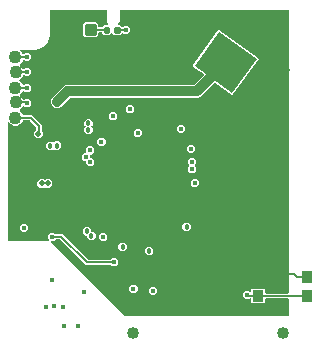
<source format=gbr>
G04 EAGLE Gerber RS-274X export*
G75*
%MOMM*%
%FSLAX34Y34*%
%LPD*%
%INBottom Copper*%
%IPPOS*%
%AMOC8*
5,1,8,0,0,1.08239X$1,22.5*%
G01*
%ADD10C,0.270000*%
%ADD11C,0.300000*%
%ADD12C,1.100000*%
%ADD13R,0.900000X1.000000*%
%ADD14R,3.560000X3.960000*%
%ADD15C,1.016000*%
%ADD16C,0.450000*%
%ADD17C,0.457200*%
%ADD18C,0.503200*%
%ADD19C,0.453200*%
%ADD20C,0.200000*%
%ADD21C,0.152400*%
%ADD22C,0.812800*%
%ADD23C,0.203200*%

G36*
X240050Y30992D02*
X240050Y30992D01*
X240069Y30990D01*
X240171Y31012D01*
X240273Y31029D01*
X240290Y31038D01*
X240310Y31042D01*
X240399Y31095D01*
X240490Y31144D01*
X240504Y31158D01*
X240521Y31168D01*
X240588Y31247D01*
X240660Y31322D01*
X240668Y31340D01*
X240681Y31355D01*
X240720Y31451D01*
X240763Y31545D01*
X240765Y31565D01*
X240773Y31583D01*
X240791Y31750D01*
X240791Y44837D01*
X240788Y44857D01*
X240790Y44877D01*
X240768Y44978D01*
X240752Y45080D01*
X240742Y45098D01*
X240738Y45117D01*
X240685Y45206D01*
X240636Y45298D01*
X240622Y45311D01*
X240612Y45328D01*
X240533Y45396D01*
X240458Y45467D01*
X240440Y45475D01*
X240425Y45488D01*
X240329Y45527D01*
X240235Y45571D01*
X240215Y45573D01*
X240197Y45580D01*
X240030Y45599D01*
X221389Y45599D01*
X221369Y45595D01*
X221350Y45598D01*
X221248Y45576D01*
X221146Y45559D01*
X221129Y45550D01*
X221109Y45545D01*
X221020Y45492D01*
X220929Y45444D01*
X220915Y45429D01*
X220898Y45419D01*
X220831Y45340D01*
X220760Y45265D01*
X220751Y45247D01*
X220738Y45232D01*
X220699Y45136D01*
X220656Y45042D01*
X220654Y45023D01*
X220646Y45004D01*
X220628Y44837D01*
X220628Y42105D01*
X219883Y41361D01*
X209831Y41361D01*
X209086Y42105D01*
X209086Y44767D01*
X209075Y44838D01*
X209073Y44909D01*
X209055Y44958D01*
X209047Y45010D01*
X209013Y45073D01*
X208988Y45140D01*
X208956Y45181D01*
X208932Y45227D01*
X208880Y45276D01*
X208835Y45332D01*
X208791Y45361D01*
X208753Y45396D01*
X208688Y45427D01*
X208628Y45465D01*
X208577Y45478D01*
X208530Y45500D01*
X208459Y45508D01*
X208389Y45525D01*
X208337Y45521D01*
X208286Y45527D01*
X208216Y45512D01*
X208144Y45506D01*
X208096Y45486D01*
X208045Y45475D01*
X207984Y45438D01*
X207918Y45410D01*
X207862Y45365D01*
X207834Y45349D01*
X207819Y45331D01*
X207787Y45305D01*
X207205Y44723D01*
X204275Y44723D01*
X202203Y46795D01*
X202203Y49725D01*
X204275Y51797D01*
X207205Y51797D01*
X207787Y51215D01*
X207845Y51173D01*
X207897Y51124D01*
X207944Y51102D01*
X207987Y51071D01*
X208055Y51050D01*
X208120Y51020D01*
X208172Y51014D01*
X208222Y50999D01*
X208293Y51001D01*
X208365Y50993D01*
X208415Y51004D01*
X208468Y51005D01*
X208535Y51030D01*
X208605Y51045D01*
X208650Y51072D01*
X208699Y51090D01*
X208755Y51135D01*
X208816Y51171D01*
X208850Y51211D01*
X208891Y51243D01*
X208929Y51304D01*
X208976Y51358D01*
X208995Y51407D01*
X209024Y51450D01*
X209041Y51520D01*
X209068Y51586D01*
X209076Y51658D01*
X209084Y51689D01*
X209082Y51712D01*
X209086Y51753D01*
X209086Y53158D01*
X209831Y53902D01*
X219883Y53902D01*
X220628Y53158D01*
X220628Y50425D01*
X220631Y50406D01*
X220629Y50386D01*
X220651Y50285D01*
X220668Y50183D01*
X220677Y50165D01*
X220681Y50146D01*
X220734Y50057D01*
X220783Y49965D01*
X220797Y49952D01*
X220807Y49934D01*
X220886Y49867D01*
X220961Y49796D01*
X220979Y49787D01*
X220994Y49775D01*
X221090Y49736D01*
X221184Y49692D01*
X221204Y49690D01*
X221222Y49683D01*
X221389Y49664D01*
X240030Y49664D01*
X240050Y49667D01*
X240069Y49665D01*
X240171Y49687D01*
X240273Y49704D01*
X240290Y49713D01*
X240310Y49717D01*
X240399Y49771D01*
X240490Y49819D01*
X240504Y49833D01*
X240521Y49844D01*
X240588Y49922D01*
X240660Y49997D01*
X240668Y50015D01*
X240681Y50030D01*
X240720Y50127D01*
X240763Y50220D01*
X240765Y50240D01*
X240773Y50259D01*
X240791Y50425D01*
X240791Y289231D01*
X240788Y289251D01*
X240790Y289270D01*
X240768Y289372D01*
X240752Y289474D01*
X240742Y289491D01*
X240738Y289511D01*
X240685Y289600D01*
X240636Y289691D01*
X240622Y289705D01*
X240612Y289722D01*
X240533Y289789D01*
X240458Y289860D01*
X240440Y289869D01*
X240425Y289882D01*
X240329Y289921D01*
X240235Y289964D01*
X240215Y289966D01*
X240197Y289974D01*
X240030Y289992D01*
X98141Y289992D01*
X98121Y289989D01*
X98101Y289991D01*
X98000Y289969D01*
X97898Y289952D01*
X97880Y289943D01*
X97861Y289939D01*
X97772Y289886D01*
X97680Y289837D01*
X97667Y289823D01*
X97650Y289813D01*
X97582Y289734D01*
X97511Y289659D01*
X97503Y289641D01*
X97490Y289626D01*
X97451Y289530D01*
X97407Y289436D01*
X97405Y289416D01*
X97398Y289398D01*
X97379Y289231D01*
X97379Y279883D01*
X96053Y278556D01*
X96011Y278498D01*
X95961Y278446D01*
X95939Y278399D01*
X95909Y278357D01*
X95888Y278288D01*
X95858Y278223D01*
X95852Y278171D01*
X95837Y278121D01*
X95839Y278050D01*
X95831Y277979D01*
X95842Y277928D01*
X95843Y277876D01*
X95868Y277808D01*
X95883Y277738D01*
X95910Y277694D01*
X95927Y277645D01*
X95972Y277589D01*
X96009Y277527D01*
X96049Y277493D01*
X96081Y277453D01*
X96141Y277414D01*
X96196Y277367D01*
X96244Y277348D01*
X96288Y277320D01*
X96358Y277302D01*
X96424Y277275D01*
X96495Y277267D01*
X96527Y277259D01*
X96550Y277261D01*
X96591Y277257D01*
X97634Y277257D01*
X99189Y275701D01*
X99205Y275690D01*
X99218Y275674D01*
X99305Y275618D01*
X99389Y275558D01*
X99408Y275552D01*
X99425Y275541D01*
X99525Y275516D01*
X99624Y275486D01*
X99644Y275486D01*
X99663Y275481D01*
X99766Y275489D01*
X99870Y275492D01*
X99889Y275499D01*
X99908Y275500D01*
X100003Y275541D01*
X100101Y275576D01*
X100117Y275589D01*
X100135Y275597D01*
X100266Y275701D01*
X101151Y276587D01*
X104081Y276587D01*
X106153Y274515D01*
X106153Y271585D01*
X104081Y269513D01*
X101151Y269513D01*
X100330Y270335D01*
X100314Y270346D01*
X100301Y270362D01*
X100214Y270418D01*
X100130Y270478D01*
X100111Y270484D01*
X100094Y270495D01*
X99994Y270520D01*
X99895Y270551D01*
X99875Y270550D01*
X99856Y270555D01*
X99753Y270547D01*
X99649Y270544D01*
X99630Y270537D01*
X99610Y270536D01*
X99515Y270495D01*
X99418Y270460D01*
X99402Y270447D01*
X99384Y270439D01*
X99253Y270335D01*
X97634Y268715D01*
X92763Y268715D01*
X91417Y270061D01*
X91400Y270073D01*
X91388Y270089D01*
X91301Y270145D01*
X91217Y270205D01*
X91198Y270211D01*
X91181Y270222D01*
X91081Y270247D01*
X90982Y270277D01*
X90962Y270277D01*
X90943Y270282D01*
X90840Y270274D01*
X90736Y270271D01*
X90717Y270264D01*
X90697Y270263D01*
X90602Y270222D01*
X90505Y270187D01*
X90489Y270174D01*
X90471Y270166D01*
X90340Y270061D01*
X88994Y268715D01*
X84123Y268715D01*
X82561Y270277D01*
X82548Y270358D01*
X82539Y270376D01*
X82534Y270395D01*
X82481Y270484D01*
X82433Y270575D01*
X82418Y270589D01*
X82408Y270606D01*
X82329Y270673D01*
X82254Y270745D01*
X82236Y270753D01*
X82221Y270766D01*
X82125Y270805D01*
X82031Y270848D01*
X82012Y270851D01*
X81993Y270858D01*
X81826Y270876D01*
X80170Y270876D01*
X80150Y270873D01*
X80130Y270875D01*
X80029Y270853D01*
X79927Y270837D01*
X79910Y270827D01*
X79890Y270823D01*
X79801Y270770D01*
X79710Y270722D01*
X79696Y270707D01*
X79679Y270697D01*
X79612Y270618D01*
X79540Y270543D01*
X79532Y270525D01*
X79519Y270510D01*
X79480Y270414D01*
X79437Y270320D01*
X79435Y270300D01*
X79427Y270282D01*
X79409Y270115D01*
X79409Y268261D01*
X77786Y266638D01*
X68490Y266638D01*
X66867Y268261D01*
X66867Y277557D01*
X68490Y279180D01*
X77786Y279180D01*
X79409Y277557D01*
X79409Y275703D01*
X79412Y275683D01*
X79410Y275664D01*
X79432Y275562D01*
X79448Y275460D01*
X79458Y275443D01*
X79462Y275423D01*
X79515Y275334D01*
X79563Y275243D01*
X79578Y275229D01*
X79588Y275212D01*
X79667Y275145D01*
X79742Y275074D01*
X79760Y275065D01*
X79775Y275052D01*
X79871Y275014D01*
X79965Y274970D01*
X79985Y274968D01*
X80003Y274960D01*
X80170Y274942D01*
X81826Y274942D01*
X81846Y274945D01*
X81866Y274943D01*
X81967Y274965D01*
X82069Y274982D01*
X82087Y274991D01*
X82106Y274995D01*
X82195Y275048D01*
X82286Y275097D01*
X82300Y275111D01*
X82317Y275121D01*
X82385Y275200D01*
X82456Y275275D01*
X82464Y275293D01*
X82477Y275308D01*
X82516Y275405D01*
X82559Y275498D01*
X82562Y275518D01*
X82569Y275536D01*
X82588Y275703D01*
X82588Y275722D01*
X84123Y277257D01*
X87204Y277257D01*
X87275Y277268D01*
X87347Y277270D01*
X87396Y277288D01*
X87447Y277297D01*
X87511Y277330D01*
X87578Y277355D01*
X87619Y277387D01*
X87665Y277412D01*
X87714Y277464D01*
X87770Y277508D01*
X87798Y277552D01*
X87834Y277590D01*
X87864Y277655D01*
X87903Y277715D01*
X87916Y277766D01*
X87938Y277813D01*
X87945Y277884D01*
X87963Y277954D01*
X87959Y278006D01*
X87965Y278057D01*
X87949Y278128D01*
X87944Y278199D01*
X87923Y278247D01*
X87912Y278298D01*
X87876Y278359D01*
X87848Y278425D01*
X87803Y278481D01*
X87786Y278509D01*
X87768Y278524D01*
X87743Y278556D01*
X86416Y279883D01*
X86416Y289231D01*
X86413Y289251D01*
X86415Y289270D01*
X86393Y289372D01*
X86376Y289474D01*
X86367Y289491D01*
X86363Y289511D01*
X86309Y289600D01*
X86261Y289691D01*
X86247Y289705D01*
X86236Y289722D01*
X86158Y289789D01*
X86083Y289860D01*
X86065Y289869D01*
X86050Y289882D01*
X85953Y289921D01*
X85860Y289964D01*
X85840Y289966D01*
X85821Y289974D01*
X85655Y289992D01*
X39411Y289992D01*
X39391Y289989D01*
X39371Y289991D01*
X39270Y289969D01*
X39168Y289952D01*
X39150Y289943D01*
X39131Y289939D01*
X39042Y289886D01*
X38950Y289837D01*
X38937Y289823D01*
X38920Y289813D01*
X38852Y289734D01*
X38781Y289659D01*
X38773Y289641D01*
X38760Y289626D01*
X38721Y289530D01*
X38677Y289436D01*
X38675Y289416D01*
X38668Y289398D01*
X38649Y289231D01*
X38649Y271038D01*
X38652Y271025D01*
X38650Y271003D01*
X38791Y268027D01*
X36595Y262351D01*
X32291Y258047D01*
X26614Y255851D01*
X23639Y255991D01*
X23625Y255990D01*
X23603Y255992D01*
X14228Y255992D01*
X14158Y255981D01*
X14086Y255979D01*
X14037Y255961D01*
X13986Y255952D01*
X13922Y255919D01*
X13855Y255894D01*
X13814Y255862D01*
X13768Y255837D01*
X13719Y255785D01*
X13663Y255741D01*
X13635Y255697D01*
X13599Y255659D01*
X13569Y255594D01*
X13530Y255534D01*
X13517Y255483D01*
X13495Y255436D01*
X13487Y255365D01*
X13470Y255295D01*
X13474Y255243D01*
X13468Y255192D01*
X13483Y255121D01*
X13489Y255050D01*
X13509Y255002D01*
X13520Y254951D01*
X13557Y254890D01*
X13585Y254824D01*
X13630Y254768D01*
X13647Y254740D01*
X13664Y254725D01*
X13690Y254693D01*
X14964Y253419D01*
X15205Y252836D01*
X15230Y252797D01*
X15245Y252754D01*
X15294Y252693D01*
X15335Y252627D01*
X15370Y252597D01*
X15399Y252561D01*
X15465Y252519D01*
X15524Y252470D01*
X15567Y252453D01*
X15606Y252428D01*
X15682Y252409D01*
X15754Y252382D01*
X15800Y252380D01*
X15844Y252368D01*
X15922Y252374D01*
X16000Y252371D01*
X16044Y252384D01*
X16090Y252388D01*
X16161Y252418D01*
X16236Y252440D01*
X16274Y252466D01*
X16316Y252484D01*
X16423Y252569D01*
X16438Y252580D01*
X16441Y252584D01*
X16447Y252589D01*
X17585Y253727D01*
X20515Y253727D01*
X22587Y251655D01*
X22587Y248725D01*
X20515Y246653D01*
X17585Y246653D01*
X17148Y247090D01*
X17074Y247143D01*
X17005Y247203D01*
X16975Y247215D01*
X16949Y247233D01*
X16862Y247260D01*
X16777Y247294D01*
X16736Y247299D01*
X16714Y247306D01*
X16681Y247305D01*
X16610Y247313D01*
X16120Y247313D01*
X16006Y247294D01*
X15890Y247277D01*
X15884Y247274D01*
X15878Y247273D01*
X15775Y247219D01*
X15670Y247166D01*
X15666Y247161D01*
X15660Y247158D01*
X15580Y247073D01*
X15498Y246990D01*
X15494Y246983D01*
X15491Y246980D01*
X15483Y246963D01*
X15417Y246843D01*
X14964Y245748D01*
X13024Y243808D01*
X12997Y243771D01*
X12963Y243740D01*
X12926Y243672D01*
X12880Y243609D01*
X12867Y243565D01*
X12845Y243524D01*
X12831Y243448D01*
X12808Y243374D01*
X12809Y243328D01*
X12801Y243282D01*
X12812Y243205D01*
X12814Y243128D01*
X12830Y243084D01*
X12837Y243039D01*
X12872Y242970D01*
X12899Y242897D01*
X12928Y242861D01*
X12949Y242820D01*
X13004Y242765D01*
X13053Y242705D01*
X13091Y242680D01*
X13124Y242648D01*
X13141Y242638D01*
X15076Y240704D01*
X15280Y240210D01*
X15304Y240171D01*
X15320Y240128D01*
X15369Y240068D01*
X15410Y240001D01*
X15445Y239972D01*
X15474Y239936D01*
X15539Y239894D01*
X15599Y239845D01*
X15642Y239828D01*
X15681Y239803D01*
X15756Y239784D01*
X15829Y239756D01*
X15875Y239754D01*
X15919Y239743D01*
X15997Y239749D01*
X16075Y239746D01*
X16119Y239759D01*
X16164Y239762D01*
X16236Y239793D01*
X16311Y239814D01*
X16349Y239841D01*
X16391Y239859D01*
X16497Y239944D01*
X16513Y239955D01*
X16516Y239959D01*
X16522Y239963D01*
X17585Y241027D01*
X20515Y241027D01*
X22587Y238955D01*
X22587Y236025D01*
X20515Y233953D01*
X17585Y233953D01*
X17164Y234375D01*
X17090Y234428D01*
X17020Y234487D01*
X16990Y234499D01*
X16964Y234518D01*
X16877Y234545D01*
X16792Y234579D01*
X16751Y234584D01*
X16729Y234590D01*
X16697Y234590D01*
X16625Y234598D01*
X16233Y234598D01*
X16118Y234579D01*
X16002Y234562D01*
X15996Y234559D01*
X15990Y234558D01*
X15888Y234504D01*
X15782Y234450D01*
X15778Y234446D01*
X15772Y234443D01*
X15692Y234358D01*
X15610Y234275D01*
X15607Y234268D01*
X15603Y234264D01*
X15595Y234247D01*
X15529Y234128D01*
X15076Y233033D01*
X13171Y231128D01*
X13026Y231068D01*
X12965Y231030D01*
X12899Y231001D01*
X12861Y230966D01*
X12817Y230938D01*
X12771Y230883D01*
X12718Y230835D01*
X12693Y230789D01*
X12660Y230749D01*
X12634Y230682D01*
X12599Y230619D01*
X12590Y230568D01*
X12572Y230519D01*
X12569Y230448D01*
X12556Y230377D01*
X12563Y230326D01*
X12561Y230274D01*
X12581Y230205D01*
X12592Y230134D01*
X12615Y230087D01*
X12630Y230037D01*
X12671Y229978D01*
X12703Y229914D01*
X12740Y229878D01*
X12770Y229835D01*
X12828Y229792D01*
X12879Y229742D01*
X12942Y229708D01*
X12967Y229688D01*
X12990Y229681D01*
X13026Y229661D01*
X13036Y229657D01*
X14941Y227752D01*
X15394Y226658D01*
X15456Y226558D01*
X15516Y226458D01*
X15521Y226454D01*
X15524Y226449D01*
X15614Y226374D01*
X15703Y226298D01*
X15709Y226296D01*
X15713Y226292D01*
X15822Y226250D01*
X15931Y226206D01*
X15938Y226205D01*
X15943Y226204D01*
X15961Y226203D01*
X16098Y226188D01*
X16401Y226188D01*
X16491Y226203D01*
X16582Y226210D01*
X16612Y226222D01*
X16644Y226228D01*
X16724Y226270D01*
X16808Y226306D01*
X16840Y226332D01*
X16861Y226343D01*
X16883Y226366D01*
X16939Y226411D01*
X17585Y227057D01*
X20515Y227057D01*
X22587Y224985D01*
X22587Y222055D01*
X20515Y219983D01*
X17585Y219983D01*
X16492Y221076D01*
X16455Y221103D01*
X16424Y221137D01*
X16356Y221174D01*
X16292Y221220D01*
X16249Y221233D01*
X16208Y221255D01*
X16132Y221269D01*
X16057Y221292D01*
X16011Y221291D01*
X15966Y221299D01*
X15889Y221288D01*
X15811Y221286D01*
X15768Y221270D01*
X15723Y221263D01*
X15654Y221228D01*
X15580Y221201D01*
X15545Y221173D01*
X15504Y221152D01*
X15449Y221096D01*
X15388Y221048D01*
X15364Y221009D01*
X15331Y220976D01*
X15265Y220856D01*
X15255Y220841D01*
X15254Y220836D01*
X15250Y220829D01*
X14941Y220082D01*
X13227Y218368D01*
X13216Y218352D01*
X13200Y218340D01*
X13144Y218252D01*
X13084Y218168D01*
X13078Y218149D01*
X13067Y218133D01*
X13042Y218032D01*
X13011Y217933D01*
X13012Y217913D01*
X13007Y217894D01*
X13015Y217791D01*
X13018Y217687D01*
X13025Y217669D01*
X13026Y217649D01*
X13067Y217554D01*
X13102Y217456D01*
X13115Y217441D01*
X13122Y217423D01*
X13227Y217292D01*
X15159Y215360D01*
X15612Y214266D01*
X15674Y214166D01*
X15734Y214066D01*
X15738Y214062D01*
X15742Y214056D01*
X15832Y213982D01*
X15921Y213906D01*
X15926Y213904D01*
X15931Y213900D01*
X16040Y213858D01*
X16149Y213814D01*
X16156Y213813D01*
X16161Y213811D01*
X16179Y213811D01*
X16315Y213796D01*
X16709Y213796D01*
X16799Y213810D01*
X16890Y213817D01*
X16919Y213830D01*
X16951Y213835D01*
X17032Y213878D01*
X17116Y213914D01*
X17148Y213939D01*
X17169Y213950D01*
X17191Y213974D01*
X17247Y214019D01*
X17585Y214357D01*
X20515Y214357D01*
X22587Y212285D01*
X22587Y209355D01*
X20515Y207283D01*
X17585Y207283D01*
X16556Y208312D01*
X16519Y208339D01*
X16488Y208373D01*
X16419Y208410D01*
X16356Y208456D01*
X16312Y208469D01*
X16272Y208492D01*
X16195Y208505D01*
X16121Y208528D01*
X16075Y208527D01*
X16030Y208535D01*
X15953Y208524D01*
X15875Y208522D01*
X15832Y208506D01*
X15787Y208499D01*
X15717Y208464D01*
X15644Y208437D01*
X15608Y208409D01*
X15568Y208388D01*
X15513Y208332D01*
X15452Y208284D01*
X15427Y208245D01*
X15395Y208212D01*
X15329Y208092D01*
X15319Y208077D01*
X15318Y208072D01*
X15314Y208065D01*
X15159Y207689D01*
X13254Y205785D01*
X13163Y205747D01*
X13124Y205723D01*
X13081Y205707D01*
X13020Y205659D01*
X12954Y205618D01*
X12925Y205582D01*
X12889Y205553D01*
X12847Y205488D01*
X12797Y205428D01*
X12781Y205385D01*
X12756Y205347D01*
X12737Y205271D01*
X12709Y205198D01*
X12707Y205153D01*
X12696Y205108D01*
X12702Y205031D01*
X12698Y204953D01*
X12711Y204909D01*
X12715Y204863D01*
X12745Y204791D01*
X12767Y204716D01*
X12793Y204679D01*
X12811Y204636D01*
X12897Y204530D01*
X12907Y204514D01*
X12911Y204511D01*
X12916Y204506D01*
X14925Y202496D01*
X15379Y201402D01*
X15440Y201302D01*
X15500Y201202D01*
X15505Y201198D01*
X15508Y201193D01*
X15598Y201118D01*
X15687Y201042D01*
X15693Y201040D01*
X15698Y201036D01*
X15806Y200994D01*
X15915Y200950D01*
X15923Y200949D01*
X15927Y200948D01*
X15946Y200947D01*
X16082Y200932D01*
X23260Y200932D01*
X31481Y192711D01*
X31481Y187804D01*
X31484Y187785D01*
X31482Y187767D01*
X31497Y187698D01*
X31503Y187623D01*
X31515Y187593D01*
X31520Y187561D01*
X31531Y187542D01*
X31534Y187526D01*
X31567Y187471D01*
X31599Y187397D01*
X31625Y187364D01*
X31636Y187344D01*
X31653Y187327D01*
X31660Y187315D01*
X31672Y187305D01*
X31704Y187266D01*
X32489Y186481D01*
X32489Y183343D01*
X30271Y181125D01*
X27133Y181125D01*
X24915Y183343D01*
X24915Y186481D01*
X26716Y188282D01*
X26769Y188356D01*
X26829Y188425D01*
X26841Y188455D01*
X26860Y188481D01*
X26887Y188568D01*
X26921Y188653D01*
X26925Y188694D01*
X26932Y188716D01*
X26931Y188749D01*
X26939Y188820D01*
X26939Y190514D01*
X26925Y190604D01*
X26917Y190695D01*
X26905Y190725D01*
X26900Y190757D01*
X26857Y190838D01*
X26821Y190921D01*
X26795Y190954D01*
X26784Y190974D01*
X26761Y190996D01*
X26716Y191052D01*
X21601Y196167D01*
X21527Y196220D01*
X21458Y196280D01*
X21428Y196292D01*
X21402Y196311D01*
X21315Y196338D01*
X21230Y196372D01*
X21189Y196376D01*
X21167Y196383D01*
X21134Y196382D01*
X21063Y196390D01*
X16082Y196390D01*
X15967Y196372D01*
X15851Y196354D01*
X15845Y196352D01*
X15839Y196351D01*
X15737Y196296D01*
X15632Y196243D01*
X15627Y196238D01*
X15622Y196236D01*
X15541Y196151D01*
X15459Y196067D01*
X15456Y196061D01*
X15452Y196057D01*
X15444Y196040D01*
X15379Y195920D01*
X14925Y194826D01*
X13021Y192921D01*
X10532Y191890D01*
X7838Y191890D01*
X5350Y192921D01*
X3949Y194322D01*
X3891Y194364D01*
X3839Y194413D01*
X3791Y194435D01*
X3749Y194466D01*
X3681Y194487D01*
X3616Y194517D01*
X3564Y194523D01*
X3514Y194538D01*
X3442Y194536D01*
X3371Y194544D01*
X3320Y194533D01*
X3268Y194532D01*
X3201Y194507D01*
X3131Y194492D01*
X3086Y194465D01*
X3037Y194447D01*
X2981Y194402D01*
X2920Y194366D01*
X2886Y194326D01*
X2845Y194293D01*
X2806Y194233D01*
X2760Y194179D01*
X2740Y194130D01*
X2712Y194087D01*
X2695Y194017D01*
X2668Y193951D01*
X2660Y193879D01*
X2652Y193848D01*
X2654Y193825D01*
X2649Y193784D01*
X2649Y95250D01*
X2653Y95230D01*
X2650Y95211D01*
X2672Y95109D01*
X2689Y95007D01*
X2698Y94990D01*
X2703Y94970D01*
X2756Y94881D01*
X2804Y94790D01*
X2819Y94776D01*
X2829Y94759D01*
X2908Y94692D01*
X2983Y94621D01*
X3001Y94612D01*
X3016Y94599D01*
X3112Y94560D01*
X3206Y94517D01*
X3225Y94515D01*
X3244Y94507D01*
X3411Y94489D01*
X37102Y94489D01*
X37172Y94500D01*
X37244Y94502D01*
X37293Y94520D01*
X37344Y94529D01*
X37408Y94562D01*
X37475Y94587D01*
X37516Y94619D01*
X37562Y94644D01*
X37611Y94696D01*
X37667Y94740D01*
X37695Y94784D01*
X37731Y94822D01*
X37761Y94887D01*
X37800Y94947D01*
X37813Y94998D01*
X37835Y95045D01*
X37843Y95116D01*
X37860Y95186D01*
X37856Y95238D01*
X37862Y95289D01*
X37847Y95360D01*
X37841Y95431D01*
X37821Y95479D01*
X37810Y95530D01*
X37773Y95591D01*
X37745Y95657D01*
X37700Y95713D01*
X37684Y95741D01*
X37666Y95756D01*
X37640Y95788D01*
X37103Y96325D01*
X37103Y99255D01*
X39175Y101327D01*
X42105Y101327D01*
X43132Y100300D01*
X43206Y100247D01*
X43275Y100187D01*
X43306Y100175D01*
X43332Y100156D01*
X43419Y100129D01*
X43504Y100095D01*
X43545Y100091D01*
X43567Y100084D01*
X43599Y100085D01*
X43670Y100077D01*
X49207Y100077D01*
X50770Y98514D01*
X70574Y78710D01*
X70648Y78657D01*
X70718Y78597D01*
X70748Y78585D01*
X70774Y78566D01*
X70861Y78539D01*
X70946Y78505D01*
X70987Y78501D01*
X71009Y78494D01*
X71041Y78495D01*
X71113Y78487D01*
X89680Y78487D01*
X89770Y78501D01*
X89861Y78509D01*
X89890Y78521D01*
X89922Y78526D01*
X90003Y78569D01*
X90087Y78605D01*
X90119Y78631D01*
X90140Y78642D01*
X90162Y78665D01*
X90218Y78710D01*
X91245Y79737D01*
X94175Y79737D01*
X96247Y77665D01*
X96247Y74735D01*
X94175Y72663D01*
X91245Y72663D01*
X90218Y73690D01*
X90144Y73743D01*
X90075Y73803D01*
X90044Y73815D01*
X90018Y73834D01*
X89931Y73861D01*
X89846Y73895D01*
X89805Y73899D01*
X89783Y73906D01*
X89751Y73905D01*
X89680Y73913D01*
X68903Y73913D01*
X47536Y95280D01*
X47462Y95333D01*
X47392Y95393D01*
X47362Y95405D01*
X47336Y95424D01*
X47249Y95451D01*
X47164Y95485D01*
X47123Y95489D01*
X47101Y95496D01*
X47069Y95495D01*
X46998Y95503D01*
X43670Y95503D01*
X43580Y95489D01*
X43489Y95481D01*
X43460Y95469D01*
X43428Y95464D01*
X43347Y95421D01*
X43263Y95385D01*
X43231Y95359D01*
X43210Y95348D01*
X43188Y95325D01*
X43132Y95280D01*
X42105Y94253D01*
X39858Y94253D01*
X39787Y94242D01*
X39716Y94240D01*
X39667Y94222D01*
X39615Y94214D01*
X39552Y94180D01*
X39485Y94155D01*
X39444Y94123D01*
X39398Y94098D01*
X39349Y94046D01*
X39293Y94002D01*
X39264Y93958D01*
X39228Y93920D01*
X39198Y93855D01*
X39160Y93795D01*
X39147Y93744D01*
X39125Y93697D01*
X39117Y93626D01*
X39099Y93556D01*
X39104Y93504D01*
X39098Y93453D01*
X39113Y93382D01*
X39119Y93311D01*
X39139Y93263D01*
X39150Y93212D01*
X39187Y93151D01*
X39215Y93085D01*
X39260Y93029D01*
X39276Y93001D01*
X39294Y92986D01*
X39320Y92954D01*
X101062Y31212D01*
X101136Y31159D01*
X101205Y31099D01*
X101235Y31087D01*
X101261Y31068D01*
X101348Y31041D01*
X101433Y31007D01*
X101474Y31003D01*
X101497Y30996D01*
X101529Y30997D01*
X101600Y30989D01*
X240030Y30989D01*
X240050Y30992D01*
G37*
%LPC*%
G36*
X43389Y206755D02*
X43389Y206755D01*
X41428Y207567D01*
X39927Y209068D01*
X39115Y211029D01*
X39115Y213151D01*
X39927Y215112D01*
X50318Y225503D01*
X52279Y226315D01*
X160347Y226315D01*
X160438Y226329D01*
X160528Y226337D01*
X160558Y226349D01*
X160590Y226354D01*
X160671Y226397D01*
X160755Y226433D01*
X160787Y226459D01*
X160808Y226470D01*
X160830Y226493D01*
X160886Y226538D01*
X168690Y234342D01*
X168738Y234408D01*
X168792Y234468D01*
X168809Y234507D01*
X168834Y234542D01*
X168858Y234619D01*
X168890Y234693D01*
X168894Y234736D01*
X168906Y234777D01*
X168904Y234858D01*
X168911Y234939D01*
X168901Y234980D01*
X168900Y235023D01*
X168872Y235099D01*
X168853Y235178D01*
X168830Y235214D01*
X168816Y235254D01*
X168765Y235317D01*
X168722Y235386D01*
X168680Y235424D01*
X168662Y235446D01*
X168638Y235461D01*
X168597Y235498D01*
X159725Y241897D01*
X159557Y242936D01*
X180997Y272664D01*
X182036Y272832D01*
X215008Y249052D01*
X215177Y248013D01*
X193736Y218285D01*
X192697Y218117D01*
X178615Y228273D01*
X178541Y228310D01*
X178472Y228354D01*
X178432Y228365D01*
X178395Y228383D01*
X178313Y228394D01*
X178234Y228414D01*
X178192Y228411D01*
X178151Y228417D01*
X178070Y228402D01*
X177988Y228395D01*
X177950Y228379D01*
X177909Y228371D01*
X177838Y228331D01*
X177762Y228299D01*
X177720Y228265D01*
X177695Y228251D01*
X177675Y228230D01*
X177631Y228194D01*
X165894Y216457D01*
X163934Y215645D01*
X55865Y215645D01*
X55775Y215631D01*
X55684Y215623D01*
X55654Y215611D01*
X55622Y215606D01*
X55542Y215563D01*
X55458Y215527D01*
X55426Y215501D01*
X55405Y215490D01*
X55383Y215467D01*
X55327Y215422D01*
X47472Y207567D01*
X45511Y206755D01*
X43389Y206755D01*
G37*
%LPD*%
%LPC*%
G36*
X71186Y157261D02*
X71186Y157261D01*
X69123Y159324D01*
X69123Y161072D01*
X69120Y161092D01*
X69122Y161111D01*
X69100Y161213D01*
X69084Y161315D01*
X69074Y161332D01*
X69070Y161352D01*
X69017Y161441D01*
X68968Y161532D01*
X68954Y161546D01*
X68944Y161563D01*
X68865Y161630D01*
X68790Y161702D01*
X68772Y161710D01*
X68757Y161723D01*
X68661Y161762D01*
X68567Y161805D01*
X68547Y161807D01*
X68529Y161815D01*
X68362Y161833D01*
X67376Y161833D01*
X65313Y163896D01*
X65313Y166812D01*
X67376Y168875D01*
X68235Y168875D01*
X68255Y168878D01*
X68274Y168876D01*
X68376Y168898D01*
X68478Y168914D01*
X68495Y168924D01*
X68515Y168928D01*
X68604Y168981D01*
X68695Y169030D01*
X68709Y169044D01*
X68726Y169054D01*
X68793Y169133D01*
X68865Y169208D01*
X68873Y169226D01*
X68886Y169241D01*
X68925Y169337D01*
X68968Y169431D01*
X68970Y169451D01*
X68978Y169469D01*
X68996Y169636D01*
X68996Y172273D01*
X71059Y174336D01*
X73975Y174336D01*
X76038Y172273D01*
X76038Y169357D01*
X73975Y167294D01*
X73116Y167294D01*
X73096Y167291D01*
X73077Y167293D01*
X72975Y167271D01*
X72873Y167255D01*
X72856Y167245D01*
X72836Y167241D01*
X72747Y167188D01*
X72656Y167139D01*
X72642Y167125D01*
X72625Y167115D01*
X72558Y167036D01*
X72486Y166961D01*
X72478Y166943D01*
X72465Y166928D01*
X72426Y166832D01*
X72383Y166738D01*
X72381Y166718D01*
X72373Y166700D01*
X72355Y166533D01*
X72355Y165064D01*
X72358Y165044D01*
X72356Y165025D01*
X72378Y164923D01*
X72394Y164821D01*
X72404Y164804D01*
X72408Y164784D01*
X72461Y164695D01*
X72510Y164604D01*
X72524Y164590D01*
X72534Y164573D01*
X72613Y164506D01*
X72688Y164434D01*
X72706Y164426D01*
X72721Y164413D01*
X72817Y164374D01*
X72911Y164331D01*
X72931Y164329D01*
X72949Y164321D01*
X73116Y164303D01*
X74102Y164303D01*
X76165Y162240D01*
X76165Y159324D01*
X74102Y157261D01*
X71186Y157261D01*
G37*
%LPD*%
%LPC*%
G36*
X29927Y139088D02*
X29927Y139088D01*
X27709Y141306D01*
X27709Y144444D01*
X29927Y146662D01*
X33065Y146662D01*
X33625Y146102D01*
X33641Y146090D01*
X33653Y146074D01*
X33741Y146018D01*
X33824Y145958D01*
X33843Y145952D01*
X33860Y145941D01*
X33961Y145916D01*
X34060Y145886D01*
X34079Y145886D01*
X34099Y145881D01*
X34202Y145889D01*
X34305Y145892D01*
X34324Y145899D01*
X34344Y145900D01*
X34439Y145941D01*
X34536Y145976D01*
X34552Y145989D01*
X34570Y145997D01*
X34701Y146102D01*
X35261Y146662D01*
X38399Y146662D01*
X40617Y144444D01*
X40617Y141306D01*
X38399Y139088D01*
X35261Y139088D01*
X34701Y139648D01*
X34685Y139660D01*
X34673Y139676D01*
X34596Y139725D01*
X34582Y139737D01*
X34573Y139741D01*
X34502Y139792D01*
X34483Y139798D01*
X34466Y139809D01*
X34365Y139834D01*
X34266Y139864D01*
X34247Y139864D01*
X34227Y139869D01*
X34124Y139861D01*
X34021Y139858D01*
X34002Y139851D01*
X33982Y139850D01*
X33887Y139809D01*
X33790Y139774D01*
X33774Y139761D01*
X33756Y139753D01*
X33682Y139694D01*
X33679Y139693D01*
X33676Y139689D01*
X33625Y139648D01*
X33065Y139088D01*
X29927Y139088D01*
G37*
%LPD*%
%LPC*%
G36*
X157292Y151419D02*
X157292Y151419D01*
X155229Y153482D01*
X155229Y156398D01*
X156408Y157577D01*
X156419Y157593D01*
X156435Y157605D01*
X156473Y157665D01*
X156496Y157689D01*
X156510Y157720D01*
X156551Y157776D01*
X156557Y157795D01*
X156568Y157812D01*
X156585Y157880D01*
X156600Y157913D01*
X156604Y157947D01*
X156624Y158012D01*
X156623Y158031D01*
X156628Y158051D01*
X156623Y158118D01*
X156627Y158157D01*
X156619Y158195D01*
X156617Y158257D01*
X156610Y158276D01*
X156609Y158296D01*
X156584Y158353D01*
X156575Y158397D01*
X156552Y158435D01*
X156533Y158488D01*
X156520Y158504D01*
X156512Y158522D01*
X156464Y158583D01*
X156449Y158608D01*
X156432Y158622D01*
X156408Y158653D01*
X155229Y159832D01*
X155229Y162748D01*
X157292Y164811D01*
X160208Y164811D01*
X162271Y162748D01*
X162271Y159832D01*
X161092Y158653D01*
X161081Y158637D01*
X161065Y158625D01*
X161037Y158580D01*
X161004Y158546D01*
X160983Y158501D01*
X160949Y158454D01*
X160943Y158435D01*
X160932Y158418D01*
X160918Y158361D01*
X160900Y158323D01*
X160895Y158280D01*
X160876Y158218D01*
X160877Y158199D01*
X160872Y158179D01*
X160877Y158115D01*
X160873Y158078D01*
X160881Y158041D01*
X160883Y157973D01*
X160890Y157954D01*
X160891Y157934D01*
X160918Y157871D01*
X160925Y157838D01*
X160943Y157808D01*
X160967Y157742D01*
X160980Y157726D01*
X160988Y157708D01*
X161048Y157632D01*
X161051Y157627D01*
X161055Y157624D01*
X161092Y157577D01*
X162271Y156398D01*
X162271Y153482D01*
X160208Y151419D01*
X157292Y151419D01*
G37*
%LPD*%
%LPC*%
G36*
X69647Y184530D02*
X69647Y184530D01*
X67563Y186614D01*
X67563Y189560D01*
X68409Y190406D01*
X68421Y190422D01*
X68436Y190435D01*
X68493Y190522D01*
X68553Y190606D01*
X68559Y190625D01*
X68569Y190642D01*
X68595Y190742D01*
X68625Y190841D01*
X68625Y190861D01*
X68629Y190880D01*
X68621Y190983D01*
X68619Y191087D01*
X68612Y191106D01*
X68610Y191126D01*
X68570Y191220D01*
X68534Y191318D01*
X68522Y191334D01*
X68514Y191352D01*
X68409Y191483D01*
X67563Y192329D01*
X67563Y195275D01*
X69647Y197359D01*
X72593Y197359D01*
X74677Y195275D01*
X74677Y192329D01*
X73831Y191483D01*
X73819Y191467D01*
X73804Y191454D01*
X73748Y191367D01*
X73687Y191283D01*
X73681Y191264D01*
X73671Y191247D01*
X73645Y191147D01*
X73615Y191048D01*
X73615Y191028D01*
X73611Y191009D01*
X73619Y190906D01*
X73621Y190802D01*
X73628Y190783D01*
X73630Y190764D01*
X73670Y190669D01*
X73706Y190571D01*
X73718Y190555D01*
X73726Y190537D01*
X73831Y190406D01*
X74677Y189560D01*
X74677Y186614D01*
X72593Y184530D01*
X69647Y184530D01*
G37*
%LPD*%
%LPC*%
G36*
X37389Y171195D02*
X37389Y171195D01*
X35305Y173279D01*
X35305Y176225D01*
X37389Y178309D01*
X40335Y178309D01*
X41054Y177590D01*
X41070Y177578D01*
X41083Y177563D01*
X41170Y177506D01*
X41254Y177446D01*
X41273Y177440D01*
X41290Y177430D01*
X41390Y177404D01*
X41489Y177374D01*
X41509Y177374D01*
X41528Y177370D01*
X41631Y177378D01*
X41735Y177380D01*
X41754Y177387D01*
X41774Y177389D01*
X41868Y177429D01*
X41966Y177465D01*
X41982Y177477D01*
X42000Y177485D01*
X42131Y177590D01*
X42977Y178436D01*
X45923Y178436D01*
X48007Y176352D01*
X48007Y173406D01*
X45923Y171322D01*
X42977Y171322D01*
X42258Y172041D01*
X42242Y172053D01*
X42229Y172068D01*
X42142Y172124D01*
X42058Y172185D01*
X42039Y172191D01*
X42022Y172201D01*
X41922Y172227D01*
X41823Y172257D01*
X41803Y172257D01*
X41784Y172261D01*
X41681Y172253D01*
X41577Y172251D01*
X41558Y172244D01*
X41539Y172242D01*
X41444Y172202D01*
X41346Y172166D01*
X41330Y172154D01*
X41312Y172146D01*
X41181Y172041D01*
X40335Y171195D01*
X37389Y171195D01*
G37*
%LPD*%
%LPC*%
G36*
X72187Y94741D02*
X72187Y94741D01*
X70103Y96825D01*
X70103Y97917D01*
X70100Y97937D01*
X70102Y97956D01*
X70080Y98058D01*
X70064Y98160D01*
X70054Y98177D01*
X70050Y98197D01*
X69997Y98286D01*
X69948Y98377D01*
X69934Y98391D01*
X69924Y98408D01*
X69845Y98475D01*
X69770Y98547D01*
X69752Y98555D01*
X69737Y98568D01*
X69641Y98607D01*
X69547Y98650D01*
X69527Y98652D01*
X69509Y98660D01*
X69342Y98678D01*
X68504Y98678D01*
X66420Y100762D01*
X66420Y103708D01*
X68504Y105792D01*
X71450Y105792D01*
X73534Y103708D01*
X73534Y102616D01*
X73537Y102596D01*
X73535Y102577D01*
X73557Y102475D01*
X73573Y102373D01*
X73583Y102356D01*
X73587Y102336D01*
X73640Y102247D01*
X73689Y102156D01*
X73703Y102142D01*
X73713Y102125D01*
X73792Y102058D01*
X73867Y101986D01*
X73885Y101978D01*
X73900Y101965D01*
X73996Y101926D01*
X74090Y101883D01*
X74110Y101881D01*
X74128Y101873D01*
X74295Y101855D01*
X75133Y101855D01*
X77217Y99771D01*
X77217Y96825D01*
X75133Y94741D01*
X72187Y94741D01*
G37*
%LPD*%
%LPC*%
G36*
X152705Y102488D02*
X152705Y102488D01*
X150621Y104572D01*
X150621Y107518D01*
X152705Y109602D01*
X155651Y109602D01*
X157735Y107518D01*
X157735Y104572D01*
X155651Y102488D01*
X152705Y102488D01*
G37*
%LPD*%
%LPC*%
G36*
X98603Y85724D02*
X98603Y85724D01*
X96519Y87808D01*
X96519Y90754D01*
X98603Y92838D01*
X101549Y92838D01*
X103633Y90754D01*
X103633Y87808D01*
X101549Y85724D01*
X98603Y85724D01*
G37*
%LPD*%
%LPC*%
G36*
X121091Y82051D02*
X121091Y82051D01*
X119008Y84134D01*
X119008Y87081D01*
X121091Y89164D01*
X124038Y89164D01*
X126121Y87081D01*
X126121Y84134D01*
X124038Y82051D01*
X121091Y82051D01*
G37*
%LPD*%
%LPC*%
G36*
X90229Y196615D02*
X90229Y196615D01*
X88157Y198687D01*
X88157Y201617D01*
X90229Y203689D01*
X93159Y203689D01*
X95231Y201617D01*
X95231Y198687D01*
X93159Y196615D01*
X90229Y196615D01*
G37*
%LPD*%
%LPC*%
G36*
X148014Y185693D02*
X148014Y185693D01*
X145942Y187765D01*
X145942Y190695D01*
X148014Y192767D01*
X150944Y192767D01*
X153016Y190695D01*
X153016Y187765D01*
X150944Y185693D01*
X148014Y185693D01*
G37*
%LPD*%
%LPC*%
G36*
X15045Y101873D02*
X15045Y101873D01*
X12973Y103945D01*
X12973Y106875D01*
X15045Y108947D01*
X17975Y108947D01*
X20047Y106875D01*
X20047Y103945D01*
X17975Y101873D01*
X15045Y101873D01*
G37*
%LPD*%
%LPC*%
G36*
X107755Y49803D02*
X107755Y49803D01*
X105683Y51875D01*
X105683Y54805D01*
X107755Y56877D01*
X110685Y56877D01*
X112757Y54805D01*
X112757Y51875D01*
X110685Y49803D01*
X107755Y49803D01*
G37*
%LPD*%
%LPC*%
G36*
X124265Y48533D02*
X124265Y48533D01*
X122193Y50605D01*
X122193Y53535D01*
X124265Y55607D01*
X127195Y55607D01*
X129267Y53535D01*
X129267Y50605D01*
X127195Y48533D01*
X124265Y48533D01*
G37*
%LPD*%
%LPC*%
G36*
X104968Y202219D02*
X104968Y202219D01*
X102905Y204282D01*
X102905Y207198D01*
X104968Y209261D01*
X107884Y209261D01*
X109947Y207198D01*
X109947Y204282D01*
X107884Y202219D01*
X104968Y202219D01*
G37*
%LPD*%
%LPC*%
G36*
X111318Y182280D02*
X111318Y182280D01*
X109255Y184343D01*
X109255Y187259D01*
X111318Y189322D01*
X114234Y189322D01*
X116297Y187259D01*
X116297Y184343D01*
X114234Y182280D01*
X111318Y182280D01*
G37*
%LPD*%
%LPC*%
G36*
X80584Y174406D02*
X80584Y174406D01*
X78521Y176469D01*
X78521Y179385D01*
X80584Y181448D01*
X83500Y181448D01*
X85563Y179385D01*
X85563Y176469D01*
X83500Y174406D01*
X80584Y174406D01*
G37*
%LPD*%
%LPC*%
G36*
X156657Y168818D02*
X156657Y168818D01*
X154594Y170881D01*
X154594Y173797D01*
X156657Y175860D01*
X159573Y175860D01*
X161636Y173797D01*
X161636Y170881D01*
X159573Y168818D01*
X156657Y168818D01*
G37*
%LPD*%
%LPC*%
G36*
X159578Y139608D02*
X159578Y139608D01*
X157515Y141671D01*
X157515Y144587D01*
X159578Y146650D01*
X162494Y146650D01*
X164557Y144587D01*
X164557Y141671D01*
X162494Y139608D01*
X159578Y139608D01*
G37*
%LPD*%
%LPC*%
G36*
X82235Y94142D02*
X82235Y94142D01*
X80172Y96205D01*
X80172Y99121D01*
X82235Y101184D01*
X85151Y101184D01*
X87214Y99121D01*
X87214Y96205D01*
X85151Y94142D01*
X82235Y94142D01*
G37*
%LPD*%
D10*
X87908Y271336D02*
X85208Y271336D01*
X85208Y274636D01*
X87908Y274636D01*
X87908Y271336D01*
X87908Y273901D02*
X85208Y273901D01*
X93848Y271336D02*
X96548Y271336D01*
X93848Y271336D02*
X93848Y274636D01*
X96548Y274636D01*
X96548Y271336D01*
X96548Y273901D02*
X93848Y273901D01*
D11*
X52098Y276409D02*
X52098Y269409D01*
X52098Y276409D02*
X59098Y276409D01*
X59098Y269409D01*
X52098Y269409D01*
X52098Y272259D02*
X59098Y272259D01*
X59098Y275109D02*
X52098Y275109D01*
X69638Y276409D02*
X69638Y269409D01*
X69638Y276409D02*
X76638Y276409D01*
X76638Y269409D01*
X69638Y269409D01*
X69638Y272259D02*
X76638Y272259D01*
X76638Y275109D02*
X69638Y275109D01*
D12*
X9224Y249584D03*
X9336Y236868D03*
X9201Y223917D03*
X9419Y211525D03*
X9185Y198661D03*
X9190Y186043D03*
D13*
X255857Y47631D03*
X255857Y63631D03*
X214857Y63631D03*
X214857Y47631D03*
D14*
G36*
X87776Y141237D02*
X108601Y170110D01*
X140718Y146945D01*
X119893Y118072D01*
X87776Y141237D01*
G37*
G36*
X160896Y242620D02*
X181721Y271493D01*
X213838Y248328D01*
X193013Y219455D01*
X160896Y242620D01*
G37*
D15*
X109220Y16510D03*
X236220Y16510D03*
D16*
X83693Y97663D03*
D17*
X122564Y85607D03*
X154178Y106045D03*
D18*
X31496Y142875D03*
X36830Y142875D03*
D17*
X71120Y193802D03*
X69977Y102235D03*
X73660Y98298D03*
X100076Y89281D03*
X71120Y188087D03*
D19*
X149479Y189230D03*
X91694Y200152D03*
D17*
X128651Y156845D03*
X115316Y143510D03*
X101981Y156845D03*
X115316Y156845D03*
X128651Y143510D03*
X128651Y130175D03*
X115316Y130175D03*
X101981Y130175D03*
X101981Y143510D03*
D16*
X173609Y176149D03*
D17*
X69088Y182245D03*
X154559Y81788D03*
X113284Y210820D03*
X101981Y167259D03*
X114935Y167386D03*
X128651Y167259D03*
X101854Y119634D03*
X115316Y119634D03*
X128905Y119634D03*
X91440Y167259D03*
X91567Y156972D03*
X91440Y143637D03*
X91440Y130302D03*
X91440Y119634D03*
X139192Y119634D03*
X139192Y130302D03*
X139065Y143510D03*
X139065Y156845D03*
X139192Y167259D03*
D18*
X239079Y238735D03*
D19*
X50546Y22225D03*
X62103Y22225D03*
X40640Y60960D03*
X19050Y186690D03*
D20*
X9837Y186690D02*
X9190Y186043D01*
X9837Y186690D02*
X19050Y186690D01*
D19*
X238379Y280543D03*
X238760Y194310D03*
X238760Y187960D03*
X238760Y181610D03*
X238760Y175260D03*
X238760Y168910D03*
X238760Y162560D03*
X238760Y156210D03*
X238760Y149860D03*
X238760Y143510D03*
X238760Y137160D03*
X238760Y130810D03*
X238760Y124460D03*
X238760Y118110D03*
X238760Y111760D03*
X238760Y105410D03*
X238760Y99060D03*
X238760Y92710D03*
X238760Y86360D03*
X238760Y80010D03*
X238760Y73660D03*
X232410Y73660D03*
X226060Y73660D03*
X219710Y73660D03*
X213360Y73660D03*
X207010Y73660D03*
X200660Y73660D03*
X238760Y201930D03*
X238506Y287020D03*
X238379Y274447D03*
X238252Y267970D03*
X238252Y261620D03*
X238506Y255270D03*
X238379Y248920D03*
X232410Y287020D03*
X226060Y287020D03*
X219710Y287020D03*
X219710Y280670D03*
X219710Y274320D03*
X219710Y267970D03*
X219710Y261620D03*
X219710Y255270D03*
X219710Y248920D03*
X219710Y242570D03*
X189230Y171450D03*
X184150Y167640D03*
X176530Y166370D03*
X176530Y160020D03*
X176530Y153670D03*
X176530Y147320D03*
X184150Y147320D03*
X181610Y73660D03*
X175260Y73660D03*
X175260Y80010D03*
X168910Y80010D03*
X163830Y85090D03*
X163830Y91440D03*
X163830Y97790D03*
X163830Y104140D03*
X187960Y73660D03*
X194310Y73660D03*
X194310Y105410D03*
X194310Y99060D03*
X194310Y92710D03*
X194310Y86360D03*
X194310Y80010D03*
X232410Y248920D03*
X226060Y248920D03*
X225933Y235712D03*
X200660Y105410D03*
X207010Y105410D03*
X213360Y105410D03*
X219710Y105410D03*
X226060Y105410D03*
X232410Y105410D03*
X232410Y99060D03*
X232410Y92710D03*
X232410Y86360D03*
X232410Y80010D03*
X226060Y111760D03*
X226060Y118110D03*
X226060Y124460D03*
X187960Y80010D03*
X181610Y80010D03*
X226060Y242570D03*
X238506Y227711D03*
X213360Y287020D03*
X207010Y287020D03*
X200660Y287020D03*
X194310Y287020D03*
X187960Y287020D03*
X181610Y287020D03*
X175260Y287020D03*
X168910Y287020D03*
X162560Y287020D03*
X156210Y287020D03*
X149860Y287020D03*
X143510Y287020D03*
X137160Y287020D03*
X130810Y287020D03*
X124460Y287020D03*
X118110Y287020D03*
X111760Y287020D03*
X105410Y287020D03*
X82550Y287020D03*
X74930Y287020D03*
X67310Y287020D03*
X59690Y287020D03*
X52070Y287020D03*
X44450Y287020D03*
X44450Y279400D03*
X44450Y271780D03*
X43180Y264160D03*
X39370Y257810D03*
X101600Y35560D03*
X97790Y40640D03*
X92710Y45720D03*
X87630Y50800D03*
X82550Y55880D03*
X59690Y78740D03*
X54610Y83820D03*
X49530Y88900D03*
X6350Y99060D03*
X21590Y99060D03*
X29210Y99060D03*
X6350Y106680D03*
X6350Y114300D03*
X6350Y121920D03*
X6350Y129540D03*
X6350Y137160D03*
X6350Y144780D03*
X6350Y152400D03*
X6350Y160020D03*
X6350Y168910D03*
X200660Y99060D03*
X207010Y99060D03*
X213360Y99060D03*
X219710Y99060D03*
X226060Y99060D03*
X200660Y92710D03*
X200660Y86360D03*
X200660Y80010D03*
X207010Y80010D03*
X213360Y80010D03*
X219710Y80010D03*
X226060Y80010D03*
X227330Y34290D03*
X218440Y34290D03*
X209550Y34290D03*
X199390Y34290D03*
X189230Y34290D03*
X179070Y34290D03*
X168910Y34290D03*
X158750Y34290D03*
X148590Y34290D03*
X138430Y34290D03*
X130810Y34290D03*
X77089Y61341D03*
X219710Y235712D03*
X232410Y111760D03*
X226060Y280670D03*
X232410Y280670D03*
X232410Y274320D03*
X232410Y267970D03*
X232410Y261620D03*
X232410Y255270D03*
X238760Y58420D03*
X238760Y52070D03*
X232410Y58420D03*
X232410Y52070D03*
X226060Y58420D03*
X226060Y52070D03*
X238760Y43180D03*
X238760Y34290D03*
X175260Y67310D03*
X181610Y67310D03*
X187960Y67310D03*
X194310Y67310D03*
X200660Y67310D03*
X168910Y73660D03*
X226060Y66040D03*
X232410Y66040D03*
X238760Y66040D03*
D21*
X247519Y63631D02*
X255857Y63631D01*
X247519Y63631D02*
X245110Y66040D01*
X238760Y66040D01*
D19*
X207010Y67310D03*
X219710Y229362D03*
X226060Y229362D03*
X220980Y127000D03*
X214630Y127000D03*
X214630Y135890D03*
X214630Y143510D03*
X215392Y150368D03*
X216916Y157861D03*
X218948Y165481D03*
X222250Y173101D03*
X225806Y180594D03*
X228981Y187325D03*
X232918Y195453D03*
X195199Y128270D03*
X188722Y128270D03*
X195453Y136271D03*
X195834Y144526D03*
X196469Y153289D03*
X197993Y161417D03*
X199898Y169164D03*
X202184Y176784D03*
X205613Y184404D03*
X209550Y191770D03*
X213233Y199517D03*
X216662Y207391D03*
X211074Y210185D03*
X205486Y213233D03*
X206248Y223139D03*
X206248Y229362D03*
X213106Y229362D03*
X207137Y202819D03*
X203327Y195199D03*
X199517Y187706D03*
X195453Y180213D03*
X188722Y136271D03*
X201422Y206121D03*
X197612Y198882D03*
X232537Y229362D03*
X205740Y54610D03*
X132080Y49530D03*
X16510Y243840D03*
X16510Y229870D03*
X16510Y217170D03*
X16510Y204470D03*
X16510Y193040D03*
X120650Y68580D03*
X114300Y59690D03*
X102870Y59690D03*
X74930Y209550D03*
X87630Y209550D03*
D17*
X154559Y67818D03*
D19*
X121920Y34290D03*
X232410Y118110D03*
X232410Y124460D03*
X232410Y130810D03*
X232410Y137160D03*
X232410Y143510D03*
X232410Y149860D03*
X232410Y156210D03*
X232410Y162560D03*
X232410Y168910D03*
X232410Y175260D03*
X232410Y181610D03*
X226060Y130810D03*
X226060Y137160D03*
X226060Y143510D03*
X226060Y149860D03*
X226060Y156210D03*
X226060Y162560D03*
X226060Y168910D03*
X226060Y255270D03*
X226060Y261620D03*
X226060Y267970D03*
X226060Y274320D03*
X207010Y92710D03*
X207010Y86360D03*
X213360Y86360D03*
X219710Y86360D03*
X226060Y86360D03*
X226060Y92710D03*
X219710Y92710D03*
X213360Y92710D03*
X80010Y107950D03*
X90170Y99060D03*
X105410Y97790D03*
D17*
X44450Y174879D03*
X38862Y174752D03*
D18*
X28702Y184912D03*
X44450Y212090D03*
D22*
X162873Y220980D02*
X187367Y245474D01*
X53340Y220980D02*
X44450Y212090D01*
X53340Y220980D02*
X162873Y220980D01*
D20*
X22319Y198661D02*
X9185Y198661D01*
X22319Y198661D02*
X29210Y191770D01*
X29210Y185420D01*
X28702Y184912D01*
D19*
X16510Y105410D03*
X92710Y76200D03*
D23*
X69850Y76200D01*
X48260Y97790D01*
X40640Y97790D01*
D19*
X40640Y97790D03*
X67310Y50800D03*
X109220Y53340D03*
D16*
X72517Y170815D03*
D20*
X18428Y236868D02*
X9336Y236868D01*
X18428Y236868D02*
X19050Y237490D01*
D19*
X19050Y237490D03*
D16*
X82042Y177927D03*
D20*
X18444Y249584D02*
X9224Y249584D01*
X18444Y249584D02*
X19050Y250190D01*
D19*
X19050Y250190D03*
D16*
X161036Y143129D03*
D19*
X125730Y52070D03*
X35560Y38481D03*
D16*
X158750Y154940D03*
D19*
X49403Y38481D03*
X42037Y38735D03*
D16*
X158750Y161290D03*
X112776Y185801D03*
X68834Y165354D03*
D21*
X9201Y223917D02*
X8769Y223917D01*
D20*
X9201Y223917D02*
X18653Y223917D01*
X19050Y223520D01*
D19*
X19050Y223520D03*
D16*
X72644Y160782D03*
D21*
X9419Y211525D02*
X9292Y211525D01*
D20*
X9419Y211525D02*
X18345Y211525D01*
X19050Y210820D01*
D19*
X19050Y210820D03*
D16*
X158115Y172339D03*
D19*
X102616Y273050D03*
D21*
X102552Y272986D01*
X95198Y272986D01*
X86481Y272909D02*
X73138Y272909D01*
X86481Y272909D02*
X86558Y272986D01*
D16*
X106426Y205740D03*
D21*
X214857Y47631D02*
X255857Y47631D01*
X214857Y47631D02*
X206369Y47631D01*
X205740Y48260D01*
D19*
X205740Y48260D03*
M02*

</source>
